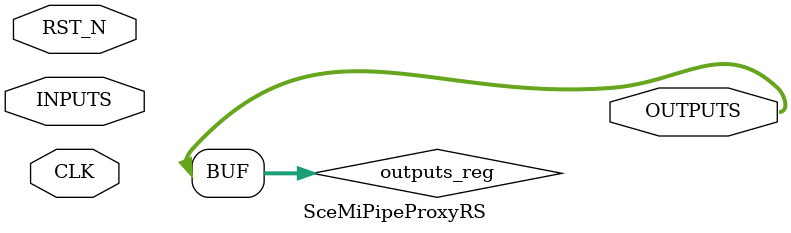
<source format=v>


// The above copyright notice and this permission notice shall be included in
// all copies or substantial portions of the Software.

// THE SOFTWARE IS PROVIDED "AS IS", WITHOUT WARRANTY OF ANY KIND, EXPRESS OR
// IMPLIED, INCLUDING BUT NOT LIMITED TO THE WARRANTIES OF MERCHANTABILITY,
// FITNESS FOR A PARTICULAR PURPOSE AND NONINFRINGEMENT. IN NO EVENT SHALL THE
// AUTHORS OR COPYRIGHT HOLDERS BE LIABLE FOR ANY CLAIM, DAMAGES OR OTHER
// LIABILITY, WHETHER IN AN ACTION OF CONTRACT, TORT OR OTHERWISE, ARISING FROM,
// OUT OF OR IN CONNECTION WITH THE SOFTWARE OR THE USE OR OTHER DEALINGS IN
// THE SOFTWARE.
//
// $Revision: 29441 $
// $Date: 2012-08-27 17:58:03 -0400 (Mon, 27 Aug 2012) $

module SceMiPipeProxyRS(CLK,
			RST_N,

			INPUTS,
			OUTPUTS);
   
   parameter paramFile      = "";
   parameter transactorName = "";
   parameter portNameIn     = "";
   parameter portNameOut    = "";
   parameter WIDTH_IN       = 0;
   parameter WIDTH_OUT      = 0;

   input  CLK;
   input  RST_N;

   input [WIDTH_IN - 1 : 0] INPUTS;
   output [WIDTH_OUT - 1 : 0] OUTPUTS;

   // start an interpreter if it doesn't already exist
   SimTbInterp interp(.CLK(CLK), .RST_N(RST_N));

   reg [31 : 0] 	      index_in;
   reg [31 : 0] 	      index_out;
   reg [32 : 0] 	      maybe_index_in;
   reg [32 : 0] 	      maybe_index_out;
   reg 			      initialized;
   reg 			      recv;
   reg [WIDTH_OUT - 1 : 0]    outputs_reg;

   assign OUTPUTS = outputs_reg;

   // synopsys translate_off
   initial
     begin
	maybe_index_in  = 0; // invalid
	maybe_index_out = 0; // invalid
	initialized     = 0;
	#1; // wait for interpreter to start
	maybe_index_in  = $imported_bsvscemi_bind_inpipe(paramFile, transactorName, portNameIn);
	maybe_index_out = $imported_bsvscemi_bind_outpipe(paramFile, transactorName, portNameOut);
	#0;
	if (!maybe_index_in[32])
	  if (transactorName == "")
	    $display("ERROR: Unable to bind pipe %s in module %m", portNameIn);
	  else
	    $display("ERROR: Unable to bind pipe %s/%s in module %m", transactorName, portNameIn);
	if (!maybe_index_out[32])
	   if (transactorName == "")
	    $display("ERROR: Unable to bind pipe %s in module %m", portNameOut);
	  else
	    $display("ERROR: Unable to bind pipe %s/%s in module %m", transactorName, portNameOut);
	if (!maybe_index_in[32] || !maybe_index_out[32])
	  begin
	     $finish(0);
	  end
	index_in  = maybe_index_in  [31:0];
	index_out = maybe_index_out [31:0];
	initialized     = 1;
	recv            = 0;
	outputs_reg     = 0;
     end // initial begin

   always@(posedge CLK)
     begin
	`BSV_ASSIGNMENT_DELAY #1;
	if (RST_N != `BSV_RESET_VALUE)
	  if (initialized)
	    begin
	       recv = 1;
//	       $display("(%0d) GETTING DATA", $time);
	       $imported_bsvscemi_outpipe_proxy_data_get_immediate(outputs_reg,
								   32'd0,
								   index_out);
	    end
     end
   always@(negedge CLK)
     begin
	`BSV_ASSIGNMENT_DELAY #1;
	if (RST_N != `BSV_RESET_VALUE)
	  if (initialized && recv)
	    begin
//	       $display("(%0d) SENDING DATA", $time);
	       $imported_bsvscemi_inpipe_proxy_send_immediate(INPUTS,
							      32'd0,
							      index_in);
	    end
     end
   // synopsys translate_on
endmodule


</source>
